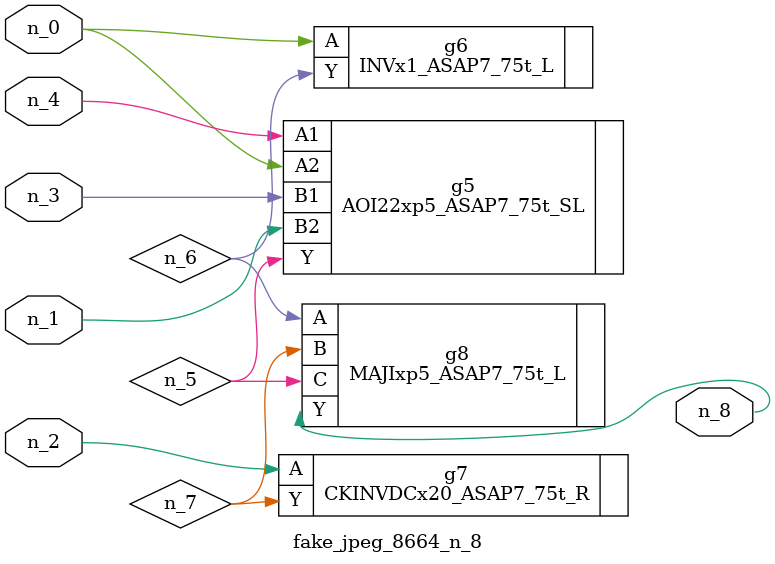
<source format=v>
module fake_jpeg_8664_n_8 (n_3, n_2, n_1, n_0, n_4, n_8);

input n_3;
input n_2;
input n_1;
input n_0;
input n_4;

output n_8;

wire n_6;
wire n_5;
wire n_7;

AOI22xp5_ASAP7_75t_SL g5 ( 
.A1(n_4),
.A2(n_0),
.B1(n_3),
.B2(n_1),
.Y(n_5)
);

INVx1_ASAP7_75t_L g6 ( 
.A(n_0),
.Y(n_6)
);

CKINVDCx20_ASAP7_75t_R g7 ( 
.A(n_2),
.Y(n_7)
);

MAJIxp5_ASAP7_75t_L g8 ( 
.A(n_6),
.B(n_7),
.C(n_5),
.Y(n_8)
);


endmodule
</source>
